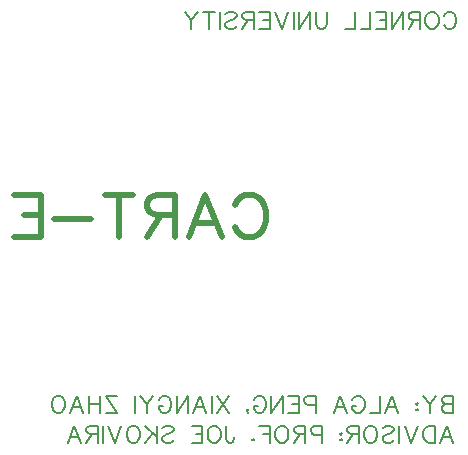
<source format=gbo>
G04 Layer: BottomSilkscreenLayer*
G04 EasyEDA v6.5.22, 2023-04-13 23:23:34*
G04 8da0a1a92f474effb9e69289645bcd93,716f0268f4a04d1f8e2d1e8369cd39e0,10*
G04 Gerber Generator version 0.2*
G04 Scale: 100 percent, Rotated: No, Reflected: No *
G04 Dimensions in inches *
G04 leading zeros omitted , absolute positions ,3 integer and 6 decimal *
%FSLAX36Y36*%
%MOIN*%

%ADD10C,0.0080*%
%ADD11C,0.0200*%

%LPD*%
D10*
X3050000Y195545D02*
G01*
X3050000Y138272D01*
X3050000Y195545D02*
G01*
X3025455Y195545D01*
X3017272Y192818D01*
X3014544Y190091D01*
X3011818Y184636D01*
X3011818Y179182D01*
X3014544Y173726D01*
X3017272Y170999D01*
X3025455Y168272D01*
X3050000Y168272D02*
G01*
X3025455Y168272D01*
X3017272Y165545D01*
X3014544Y162818D01*
X3011818Y157363D01*
X3011818Y149182D01*
X3014544Y143726D01*
X3017272Y140999D01*
X3025455Y138272D01*
X3050000Y138272D01*
X2993818Y195545D02*
G01*
X2971999Y168272D01*
X2971999Y138272D01*
X2950182Y195545D02*
G01*
X2971999Y168272D01*
X2929454Y170999D02*
G01*
X2932182Y168272D01*
X2929454Y165545D01*
X2926727Y168272D01*
X2929454Y170999D01*
X2929454Y151909D02*
G01*
X2932182Y149182D01*
X2929454Y146455D01*
X2926727Y149182D01*
X2929454Y151909D01*
X2844908Y195545D02*
G01*
X2866727Y138272D01*
X2844908Y195545D02*
G01*
X2823091Y138272D01*
X2858545Y157363D02*
G01*
X2831273Y157363D01*
X2805091Y195545D02*
G01*
X2805091Y138272D01*
X2805091Y138272D02*
G01*
X2772363Y138272D01*
X2713455Y181909D02*
G01*
X2716181Y187363D01*
X2721635Y192818D01*
X2727091Y195545D01*
X2738000Y195545D01*
X2743455Y192818D01*
X2748909Y187363D01*
X2751635Y181909D01*
X2754363Y173726D01*
X2754363Y160091D01*
X2751635Y151909D01*
X2748909Y146455D01*
X2743455Y140999D01*
X2738000Y138272D01*
X2727091Y138272D01*
X2721635Y140999D01*
X2716181Y146455D01*
X2713455Y151909D01*
X2713455Y160091D01*
X2727091Y160091D02*
G01*
X2713455Y160091D01*
X2673635Y195545D02*
G01*
X2695455Y138272D01*
X2673635Y195545D02*
G01*
X2651818Y138272D01*
X2687272Y157363D02*
G01*
X2660000Y157363D01*
X2591818Y195545D02*
G01*
X2591818Y138272D01*
X2591818Y195545D02*
G01*
X2567272Y195545D01*
X2559090Y192818D01*
X2556364Y190091D01*
X2553635Y184636D01*
X2553635Y176455D01*
X2556364Y170999D01*
X2559090Y168272D01*
X2567272Y165545D01*
X2591818Y165545D01*
X2535636Y195545D02*
G01*
X2535636Y138272D01*
X2535636Y195545D02*
G01*
X2500182Y195545D01*
X2535636Y168272D02*
G01*
X2513818Y168272D01*
X2535636Y138272D02*
G01*
X2500182Y138272D01*
X2482182Y195545D02*
G01*
X2482182Y138272D01*
X2482182Y195545D02*
G01*
X2443999Y138272D01*
X2443999Y195545D02*
G01*
X2443999Y138272D01*
X2385091Y181909D02*
G01*
X2387817Y187363D01*
X2393272Y192818D01*
X2398726Y195545D01*
X2409636Y195545D01*
X2415091Y192818D01*
X2420545Y187363D01*
X2423272Y181909D01*
X2426000Y173726D01*
X2426000Y160091D01*
X2423272Y151909D01*
X2420545Y146455D01*
X2415091Y140999D01*
X2409636Y138272D01*
X2398726Y138272D01*
X2393272Y140999D01*
X2387817Y146455D01*
X2385091Y151909D01*
X2385091Y160091D01*
X2398726Y160091D02*
G01*
X2385091Y160091D01*
X2361635Y149182D02*
G01*
X2364363Y146455D01*
X2367091Y149182D01*
X2364363Y151909D01*
X2361635Y149182D01*
X2361635Y143726D01*
X2367091Y138272D01*
X2301635Y195545D02*
G01*
X2263455Y138272D01*
X2263455Y195545D02*
G01*
X2301635Y138272D01*
X2245455Y195545D02*
G01*
X2245455Y138272D01*
X2205636Y195545D02*
G01*
X2227455Y138272D01*
X2205636Y195545D02*
G01*
X2183818Y138272D01*
X2219273Y157363D02*
G01*
X2191999Y157363D01*
X2165817Y195545D02*
G01*
X2165817Y138272D01*
X2165817Y195545D02*
G01*
X2127636Y138272D01*
X2127636Y195545D02*
G01*
X2127636Y138272D01*
X2068726Y181909D02*
G01*
X2071454Y187363D01*
X2076908Y192818D01*
X2082363Y195545D01*
X2093272Y195545D01*
X2098726Y192818D01*
X2104182Y187363D01*
X2106908Y181909D01*
X2109636Y173726D01*
X2109636Y160091D01*
X2106908Y151909D01*
X2104182Y146455D01*
X2098726Y140999D01*
X2093272Y138272D01*
X2082363Y138272D01*
X2076908Y140999D01*
X2071454Y146455D01*
X2068726Y151909D01*
X2068726Y160091D01*
X2082363Y160091D02*
G01*
X2068726Y160091D01*
X2050726Y195545D02*
G01*
X2028909Y168272D01*
X2028909Y138272D01*
X2007091Y195545D02*
G01*
X2028909Y168272D01*
X1989090Y195545D02*
G01*
X1989090Y138272D01*
X1890909Y195545D02*
G01*
X1929090Y138272D01*
X1929090Y195545D02*
G01*
X1890909Y195545D01*
X1929090Y138272D02*
G01*
X1890909Y138272D01*
X1872908Y195545D02*
G01*
X1872908Y138272D01*
X1834727Y195545D02*
G01*
X1834727Y138272D01*
X1872908Y168272D02*
G01*
X1834727Y168272D01*
X1794908Y195545D02*
G01*
X1816727Y138272D01*
X1794908Y195545D02*
G01*
X1773091Y138272D01*
X1808545Y157363D02*
G01*
X1781273Y157363D01*
X1738726Y195545D02*
G01*
X1744182Y192818D01*
X1749636Y187363D01*
X1752363Y181909D01*
X1755091Y173726D01*
X1755091Y160091D01*
X1752363Y151909D01*
X1749636Y146455D01*
X1744182Y140999D01*
X1738726Y138272D01*
X1727817Y138272D01*
X1722363Y140999D01*
X1716908Y146455D01*
X1714182Y151909D01*
X1711454Y160091D01*
X1711454Y173726D01*
X1714182Y181909D01*
X1716908Y187363D01*
X1722363Y192818D01*
X1727817Y195545D01*
X1738726Y195545D01*
X3028181Y95545D02*
G01*
X3050000Y38272D01*
X3028181Y95545D02*
G01*
X3006364Y38272D01*
X3041818Y57363D02*
G01*
X3014544Y57363D01*
X2988364Y95545D02*
G01*
X2988364Y38272D01*
X2988364Y95545D02*
G01*
X2969273Y95545D01*
X2961090Y92818D01*
X2955636Y87363D01*
X2952908Y81909D01*
X2950182Y73726D01*
X2950182Y60091D01*
X2952908Y51909D01*
X2955636Y46455D01*
X2961090Y40999D01*
X2969273Y38272D01*
X2988364Y38272D01*
X2932182Y95545D02*
G01*
X2910363Y38272D01*
X2888545Y95545D02*
G01*
X2910363Y38272D01*
X2870545Y95545D02*
G01*
X2870545Y38272D01*
X2814363Y87363D02*
G01*
X2819817Y92818D01*
X2828000Y95545D01*
X2838909Y95545D01*
X2847091Y92818D01*
X2852545Y87363D01*
X2852545Y81909D01*
X2849817Y76455D01*
X2847091Y73726D01*
X2841635Y70999D01*
X2825272Y65545D01*
X2819817Y62818D01*
X2817091Y60091D01*
X2814363Y54636D01*
X2814363Y46455D01*
X2819817Y40999D01*
X2828000Y38272D01*
X2838909Y38272D01*
X2847091Y40999D01*
X2852545Y46455D01*
X2780000Y95545D02*
G01*
X2785455Y92818D01*
X2790909Y87363D01*
X2793635Y81909D01*
X2796364Y73726D01*
X2796364Y60091D01*
X2793635Y51909D01*
X2790909Y46455D01*
X2785455Y40999D01*
X2780000Y38272D01*
X2769090Y38272D01*
X2763635Y40999D01*
X2758181Y46455D01*
X2755455Y51909D01*
X2752727Y60091D01*
X2752727Y73726D01*
X2755455Y81909D01*
X2758181Y87363D01*
X2763635Y92818D01*
X2769090Y95545D01*
X2780000Y95545D01*
X2734727Y95545D02*
G01*
X2734727Y38272D01*
X2734727Y95545D02*
G01*
X2710182Y95545D01*
X2701999Y92818D01*
X2699273Y90091D01*
X2696544Y84636D01*
X2696544Y79182D01*
X2699273Y73726D01*
X2701999Y70999D01*
X2710182Y68272D01*
X2734727Y68272D01*
X2715636Y68272D02*
G01*
X2696544Y38272D01*
X2675817Y70999D02*
G01*
X2678545Y68272D01*
X2675817Y65545D01*
X2673091Y68272D01*
X2675817Y70999D01*
X2675817Y51909D02*
G01*
X2678545Y49182D01*
X2675817Y46455D01*
X2673091Y49182D01*
X2675817Y51909D01*
X2613091Y95545D02*
G01*
X2613091Y38272D01*
X2613091Y95545D02*
G01*
X2588545Y95545D01*
X2580363Y92818D01*
X2577636Y90091D01*
X2574908Y84636D01*
X2574908Y76455D01*
X2577636Y70999D01*
X2580363Y68272D01*
X2588545Y65545D01*
X2613091Y65545D01*
X2556908Y95545D02*
G01*
X2556908Y38272D01*
X2556908Y95545D02*
G01*
X2532363Y95545D01*
X2524182Y92818D01*
X2521454Y90091D01*
X2518726Y84636D01*
X2518726Y79182D01*
X2521454Y73726D01*
X2524182Y70999D01*
X2532363Y68272D01*
X2556908Y68272D01*
X2537817Y68272D02*
G01*
X2518726Y38272D01*
X2484363Y95545D02*
G01*
X2489817Y92818D01*
X2495272Y87363D01*
X2498000Y81909D01*
X2500726Y73726D01*
X2500726Y60091D01*
X2498000Y51909D01*
X2495272Y46455D01*
X2489817Y40999D01*
X2484363Y38272D01*
X2473455Y38272D01*
X2468000Y40999D01*
X2462545Y46455D01*
X2459817Y51909D01*
X2457091Y60091D01*
X2457091Y73726D01*
X2459817Y81909D01*
X2462545Y87363D01*
X2468000Y92818D01*
X2473455Y95545D01*
X2484363Y95545D01*
X2439090Y95545D02*
G01*
X2439090Y38272D01*
X2439090Y95545D02*
G01*
X2403635Y95545D01*
X2439090Y68272D02*
G01*
X2417272Y68272D01*
X2382908Y51909D02*
G01*
X2385636Y49182D01*
X2382908Y46455D01*
X2380182Y49182D01*
X2382908Y51909D01*
X2292908Y95545D02*
G01*
X2292908Y51909D01*
X2295636Y43726D01*
X2298364Y40999D01*
X2303818Y38272D01*
X2309273Y38272D01*
X2314727Y40999D01*
X2317455Y43726D01*
X2320182Y51909D01*
X2320182Y57363D01*
X2258545Y95545D02*
G01*
X2263999Y92818D01*
X2269454Y87363D01*
X2272182Y81909D01*
X2274908Y73726D01*
X2274908Y60091D01*
X2272182Y51909D01*
X2269454Y46455D01*
X2263999Y40999D01*
X2258545Y38272D01*
X2247636Y38272D01*
X2242182Y40999D01*
X2236727Y46455D01*
X2233999Y51909D01*
X2231273Y60091D01*
X2231273Y73726D01*
X2233999Y81909D01*
X2236727Y87363D01*
X2242182Y92818D01*
X2247636Y95545D01*
X2258545Y95545D01*
X2213272Y95545D02*
G01*
X2213272Y38272D01*
X2213272Y95545D02*
G01*
X2177817Y95545D01*
X2213272Y68272D02*
G01*
X2191454Y68272D01*
X2213272Y38272D02*
G01*
X2177817Y38272D01*
X2079636Y87363D02*
G01*
X2085091Y92818D01*
X2093272Y95545D01*
X2104182Y95545D01*
X2112363Y92818D01*
X2117817Y87363D01*
X2117817Y81909D01*
X2115091Y76455D01*
X2112363Y73726D01*
X2106908Y70999D01*
X2090545Y65545D01*
X2085091Y62818D01*
X2082363Y60091D01*
X2079636Y54636D01*
X2079636Y46455D01*
X2085091Y40999D01*
X2093272Y38272D01*
X2104182Y38272D01*
X2112363Y40999D01*
X2117817Y46455D01*
X2061635Y95545D02*
G01*
X2061635Y38272D01*
X2023455Y95545D02*
G01*
X2061635Y57363D01*
X2048000Y70999D02*
G01*
X2023455Y38272D01*
X1989090Y95545D02*
G01*
X1994544Y92818D01*
X2000000Y87363D01*
X2002727Y81909D01*
X2005455Y73726D01*
X2005455Y60091D01*
X2002727Y51909D01*
X2000000Y46455D01*
X1994544Y40999D01*
X1989090Y38272D01*
X1978181Y38272D01*
X1972727Y40999D01*
X1967272Y46455D01*
X1964544Y51909D01*
X1961818Y60091D01*
X1961818Y73726D01*
X1964544Y81909D01*
X1967272Y87363D01*
X1972727Y92818D01*
X1978181Y95545D01*
X1989090Y95545D01*
X1943818Y95545D02*
G01*
X1921999Y38272D01*
X1900182Y95545D02*
G01*
X1921999Y38272D01*
X1882182Y95545D02*
G01*
X1882182Y38272D01*
X1864182Y95545D02*
G01*
X1864182Y38272D01*
X1864182Y95545D02*
G01*
X1839636Y95545D01*
X1831454Y92818D01*
X1828726Y90091D01*
X1826000Y84636D01*
X1826000Y79182D01*
X1828726Y73726D01*
X1831454Y70999D01*
X1839636Y68272D01*
X1864182Y68272D01*
X1845091Y68272D02*
G01*
X1826000Y38272D01*
X1786181Y95545D02*
G01*
X1808000Y38272D01*
X1786181Y95545D02*
G01*
X1764363Y38272D01*
X1799817Y57363D02*
G01*
X1772545Y57363D01*
D11*
X2322727Y832273D02*
G01*
X2329544Y845909D01*
X2343181Y859544D01*
X2356818Y866363D01*
X2384090Y866363D01*
X2397727Y859544D01*
X2411364Y845909D01*
X2418181Y832273D01*
X2425000Y811817D01*
X2425000Y777726D01*
X2418181Y757273D01*
X2411364Y743636D01*
X2397727Y730000D01*
X2384090Y723182D01*
X2356818Y723182D01*
X2343181Y730000D01*
X2329544Y743636D01*
X2322727Y757273D01*
X2223181Y866363D02*
G01*
X2277727Y723182D01*
X2223181Y866363D02*
G01*
X2168635Y723182D01*
X2257272Y770909D02*
G01*
X2189090Y770909D01*
X2123635Y866363D02*
G01*
X2123635Y723182D01*
X2123635Y866363D02*
G01*
X2062272Y866363D01*
X2041818Y859544D01*
X2035000Y852726D01*
X2028181Y839090D01*
X2028181Y825455D01*
X2035000Y811817D01*
X2041818Y805000D01*
X2062272Y798182D01*
X2123635Y798182D01*
X2075909Y798182D02*
G01*
X2028181Y723182D01*
X1935455Y866363D02*
G01*
X1935455Y723182D01*
X1983181Y866363D02*
G01*
X1887727Y866363D01*
X1842727Y784544D02*
G01*
X1720000Y784544D01*
X1675000Y866363D02*
G01*
X1675000Y723182D01*
X1675000Y866363D02*
G01*
X1586364Y866363D01*
X1675000Y798182D02*
G01*
X1620455Y798182D01*
X1675000Y723182D02*
G01*
X1586364Y723182D01*
D10*
X3019090Y1461909D02*
G01*
X3021818Y1467363D01*
X3027272Y1472818D01*
X3032727Y1475545D01*
X3043635Y1475545D01*
X3049090Y1472818D01*
X3054544Y1467363D01*
X3057272Y1461909D01*
X3060000Y1453726D01*
X3060000Y1440091D01*
X3057272Y1431909D01*
X3054544Y1426455D01*
X3049090Y1420999D01*
X3043635Y1418272D01*
X3032727Y1418272D01*
X3027272Y1420999D01*
X3021818Y1426455D01*
X3019090Y1431909D01*
X2984727Y1475545D02*
G01*
X2990182Y1472818D01*
X2995636Y1467363D01*
X2998364Y1461909D01*
X3001090Y1453726D01*
X3001090Y1440091D01*
X2998364Y1431909D01*
X2995636Y1426455D01*
X2990182Y1420999D01*
X2984727Y1418272D01*
X2973818Y1418272D01*
X2968364Y1420999D01*
X2962908Y1426455D01*
X2960182Y1431909D01*
X2957455Y1440091D01*
X2957455Y1453726D01*
X2960182Y1461909D01*
X2962908Y1467363D01*
X2968364Y1472818D01*
X2973818Y1475545D01*
X2984727Y1475545D01*
X2939454Y1475545D02*
G01*
X2939454Y1418272D01*
X2939454Y1475545D02*
G01*
X2914908Y1475545D01*
X2906727Y1472818D01*
X2903999Y1470091D01*
X2901273Y1464636D01*
X2901273Y1459182D01*
X2903999Y1453726D01*
X2906727Y1450999D01*
X2914908Y1448272D01*
X2939454Y1448272D01*
X2920363Y1448272D02*
G01*
X2901273Y1418272D01*
X2883272Y1475545D02*
G01*
X2883272Y1418272D01*
X2883272Y1475545D02*
G01*
X2845091Y1418272D01*
X2845091Y1475545D02*
G01*
X2845091Y1418272D01*
X2827091Y1475545D02*
G01*
X2827091Y1418272D01*
X2827091Y1475545D02*
G01*
X2791635Y1475545D01*
X2827091Y1448272D02*
G01*
X2805272Y1448272D01*
X2827091Y1418272D02*
G01*
X2791635Y1418272D01*
X2773635Y1475545D02*
G01*
X2773635Y1418272D01*
X2773635Y1418272D02*
G01*
X2740909Y1418272D01*
X2722908Y1475545D02*
G01*
X2722908Y1418272D01*
X2722908Y1418272D02*
G01*
X2690182Y1418272D01*
X2630182Y1475545D02*
G01*
X2630182Y1434636D01*
X2627455Y1426455D01*
X2621999Y1420999D01*
X2613818Y1418272D01*
X2608364Y1418272D01*
X2600182Y1420999D01*
X2594727Y1426455D01*
X2591999Y1434636D01*
X2591999Y1475545D01*
X2573999Y1475545D02*
G01*
X2573999Y1418272D01*
X2573999Y1475545D02*
G01*
X2535817Y1418272D01*
X2535817Y1475545D02*
G01*
X2535817Y1418272D01*
X2517817Y1475545D02*
G01*
X2517817Y1418272D01*
X2499817Y1475545D02*
G01*
X2478000Y1418272D01*
X2456181Y1475545D02*
G01*
X2478000Y1418272D01*
X2438181Y1475545D02*
G01*
X2438181Y1418272D01*
X2438181Y1475545D02*
G01*
X2402727Y1475545D01*
X2438181Y1448272D02*
G01*
X2416364Y1448272D01*
X2438181Y1418272D02*
G01*
X2402727Y1418272D01*
X2384727Y1475545D02*
G01*
X2384727Y1418272D01*
X2384727Y1475545D02*
G01*
X2360182Y1475545D01*
X2351999Y1472818D01*
X2349273Y1470091D01*
X2346544Y1464636D01*
X2346544Y1459182D01*
X2349273Y1453726D01*
X2351999Y1450999D01*
X2360182Y1448272D01*
X2384727Y1448272D01*
X2365636Y1448272D02*
G01*
X2346544Y1418272D01*
X2290363Y1467363D02*
G01*
X2295817Y1472818D01*
X2303999Y1475545D01*
X2314908Y1475545D01*
X2323091Y1472818D01*
X2328545Y1467363D01*
X2328545Y1461909D01*
X2325817Y1456455D01*
X2323091Y1453726D01*
X2317636Y1450999D01*
X2301273Y1445545D01*
X2295817Y1442818D01*
X2293091Y1440091D01*
X2290363Y1434636D01*
X2290363Y1426455D01*
X2295817Y1420999D01*
X2303999Y1418272D01*
X2314908Y1418272D01*
X2323091Y1420999D01*
X2328545Y1426455D01*
X2272363Y1475545D02*
G01*
X2272363Y1418272D01*
X2235272Y1475545D02*
G01*
X2235272Y1418272D01*
X2254363Y1475545D02*
G01*
X2216181Y1475545D01*
X2198181Y1475545D02*
G01*
X2176364Y1448272D01*
X2176364Y1418272D01*
X2154544Y1475545D02*
G01*
X2176364Y1448272D01*
M02*

</source>
